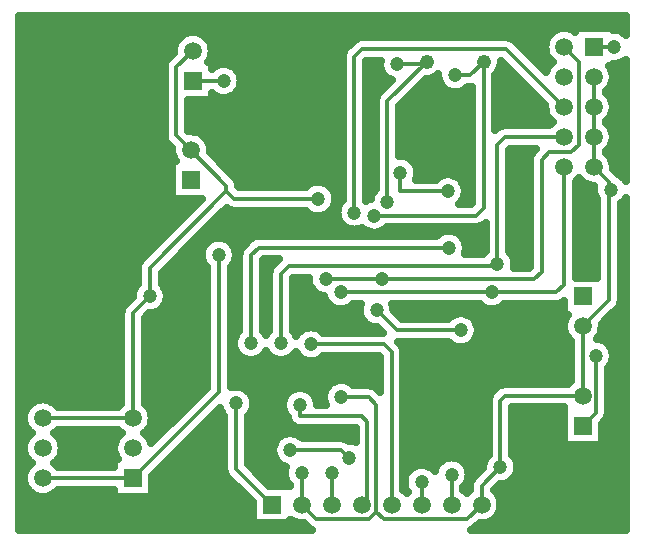
<source format=gbr>
G04 DipTrace 3.2.0.1*
G04 Bottom.gbr*
%MOIN*%
G04 #@! TF.FileFunction,Copper,L2,Bot*
G04 #@! TF.Part,Single*
G04 #@! TA.AperFunction,Conductor*
%ADD13C,0.011811*%
G04 #@! TA.AperFunction,CopperBalancing*
%ADD14C,0.025*%
G04 #@! TA.AperFunction,ComponentPad*
%ADD23R,0.059055X0.059055*%
%ADD24C,0.059055*%
%ADD37C,0.048*%
G04 #@! TA.AperFunction,ViaPad*
%ADD38C,0.047244*%
%FSLAX26Y26*%
G04*
G70*
G90*
G75*
G01*
G04 Bottom*
%LPD*%
X1468701Y1280165D2*
D13*
X1656567D1*
X2161846D1*
X2187437Y1305756D1*
Y1678274D1*
X2213028Y1703866D1*
X2285866D1*
X2311457Y1729457D1*
Y2005438D1*
X2262244Y2054651D1*
X1563173Y1503169D2*
Y2022752D1*
X1588764Y2048343D1*
X2068552D1*
X2262244Y1854651D1*
X1318701Y1067374D2*
Y1299459D1*
X1344291Y1325051D1*
X2039323D1*
Y1332728D1*
Y1729059D1*
X2064915Y1754651D1*
X2262244D1*
X1517913Y1236858D2*
X2021606D1*
X2236648D1*
X2262244Y1262453D1*
Y1654651D1*
X2362244Y1954651D2*
Y1854651D1*
X1987357Y529811D2*
X1938144Y480598D1*
X1662161D1*
X1636571Y506189D1*
X1610980Y480598D1*
X1436570D1*
X1387357Y529811D1*
X1636571Y506189D2*
Y862122D1*
X1610980Y887713D1*
X1519610D1*
X2049777Y654798D2*
X1987357Y592378D1*
Y529811D1*
X2324748Y892283D2*
X2066194D1*
X2049777Y875866D1*
Y654798D1*
X2324748Y1123488D2*
Y892283D1*
X2362244Y1654651D2*
X2411457Y1605438D1*
Y1210197D1*
X2324748Y1123488D1*
X2362244Y1754651D2*
Y1654651D1*
Y1854651D2*
Y1754651D1*
X524906Y817302D2*
X824906D1*
X881150Y1223488D2*
Y1318260D1*
X1136748Y1573858D1*
Y1592835D1*
X1018635Y1710948D1*
X969421Y1760161D1*
Y1986699D1*
X1024885Y2042163D1*
X1136748Y1573858D2*
X1162339Y1548268D1*
X1441780D1*
X824906Y817302D2*
Y1167244D1*
X881150Y1223488D1*
X1387346Y636050D2*
Y529822D1*
X1387357Y529811D1*
X2362244Y2054651D2*
X2429173D1*
Y2054650D1*
X1636882Y1177929D2*
X1704130Y1110681D1*
X1917417D1*
X1993533Y2004656D2*
Y1518358D1*
X1967942Y1492768D1*
X1629720D1*
X1899793Y1960911D2*
X1949787D1*
X1993533Y2004656D1*
X1803533D2*
X1673028Y1874151D1*
Y1539421D1*
X1706063Y1998407D2*
X1803533D1*
Y2004656D1*
X1349850Y711042D2*
X1518583D1*
X1543580Y686045D1*
X1787304Y604803D2*
Y529864D1*
X1787357Y529811D1*
X524906Y617302D2*
X824906D1*
X1111157Y903554D1*
Y1361953D1*
X2324748Y792283D2*
X2368055Y835591D1*
Y1025984D1*
X1874795Y1573451D2*
X1716335D1*
Y1635287D1*
X1024885Y1942163D2*
X1127335Y1942161D1*
X1887294Y629801D2*
Y529874D1*
X1887357Y529811D1*
X1218701Y1067374D2*
Y1360484D1*
X1244291Y1386075D1*
X1877906D1*
X1168701Y866524D2*
Y648467D1*
X1287357Y529811D1*
X1487357D2*
Y636029D1*
X1487336Y636050D1*
X1381097Y861026D2*
Y823530D1*
X1587325D1*
X1606073Y804782D1*
Y529811D1*
X1587357D1*
X1418701Y1063437D2*
X1661764D1*
X1687357Y1037844D1*
Y529811D1*
D38*
X1787304Y604803D3*
X1887294Y629801D3*
X2418488Y1579701D3*
X1899793Y1960911D3*
X1706063Y1998407D3*
X1349850Y711042D3*
X1543580Y686045D3*
X1487336Y636050D3*
X1387346D3*
X1468701Y1280165D3*
X1656567D3*
X1563173Y1503169D3*
X2039323Y1332728D3*
X1318701Y1067374D3*
X2021606Y1236858D3*
X1517913D3*
X1441780Y1548268D3*
X1519610Y887713D3*
X2049777Y654798D3*
X881150Y1223488D3*
X2429173Y2054650D3*
X1917417Y1110681D3*
X1636882Y1177929D3*
X1629720Y1492768D3*
X1673028Y1539421D3*
X1111157Y1361953D3*
X2368055Y1025984D3*
X1716335Y1635287D3*
X1874795Y1573451D3*
X1127335Y1942161D3*
X1877906Y1386075D3*
X1218701Y1067374D3*
X1168701Y866524D3*
X1381097Y861026D3*
X1418701Y1063437D3*
X448089Y2132867D2*
D14*
X2465306D1*
X448089Y2107999D2*
X2226783D1*
X2451180D2*
X2465306D1*
X448089Y2083130D2*
X974892D1*
X1074878D2*
X1568417D1*
X2088894D2*
X2203854D1*
X448089Y2058261D2*
X961759D1*
X1088012D2*
X1540894D1*
X2116416D2*
X2197144D1*
X448089Y2033392D2*
X958314D1*
X1089483D2*
X1523059D1*
X2141285D2*
X2200732D1*
X448089Y2008524D2*
X934487D1*
X1080297D2*
X1521588D1*
X1606718D2*
X1647650D1*
X2166152D2*
X2217274D1*
X448089Y1983655D2*
X927848D1*
X1168643D2*
X1521588D1*
X1604780D2*
X1648690D1*
X2049205D2*
X2075461D1*
X2191020D2*
X2204142D1*
X2420356D2*
X2465306D1*
X448089Y1958786D2*
X927848D1*
X1184146D2*
X1521588D1*
X1604780D2*
X1662864D1*
X2035139D2*
X2100328D1*
X2427318D2*
X2465306D1*
X448089Y1933917D2*
X927848D1*
X1186047D2*
X1521588D1*
X1604780D2*
X1675029D1*
X1790588D2*
X1847308D1*
X2035139D2*
X2125196D1*
X2423944D2*
X2465306D1*
X448089Y1909049D2*
X927848D1*
X1176000D2*
X1521588D1*
X1604780D2*
X1650125D1*
X1765720D2*
X1874114D1*
X1925476D2*
X1951948D1*
X2035139D2*
X2150064D1*
X2407797D2*
X2465306D1*
X448089Y1884180D2*
X927848D1*
X1090093D2*
X1521588D1*
X1604780D2*
X1632757D1*
X1740853D2*
X1951948D1*
X2035139D2*
X2174932D1*
X2420068D2*
X2465306D1*
X448089Y1859311D2*
X927848D1*
X1011004D2*
X1521588D1*
X1604780D2*
X1631429D1*
X1715984D2*
X1951948D1*
X2035139D2*
X2197215D1*
X2427281D2*
X2465306D1*
X448089Y1834442D2*
X927848D1*
X1011004D2*
X1521588D1*
X1604780D2*
X1631429D1*
X1714621D2*
X1951948D1*
X2035139D2*
X2200373D1*
X2424123D2*
X2465306D1*
X448089Y1809573D2*
X927848D1*
X1011004D2*
X1521588D1*
X1604780D2*
X1631429D1*
X1714621D2*
X1951948D1*
X2035139D2*
X2216163D1*
X2408335D2*
X2465306D1*
X448089Y1784705D2*
X927848D1*
X1011004D2*
X1521588D1*
X1604780D2*
X1631429D1*
X1714621D2*
X1951948D1*
X2419781D2*
X2465306D1*
X448089Y1759836D2*
X927848D1*
X1060416D2*
X1521588D1*
X1604780D2*
X1631429D1*
X1714621D2*
X1951948D1*
X2427245D2*
X2465306D1*
X448089Y1734967D2*
X937034D1*
X1079076D2*
X1521588D1*
X1604780D2*
X1631429D1*
X1714621D2*
X1951948D1*
X2424303D2*
X2465306D1*
X448089Y1710098D2*
X953433D1*
X1083849D2*
X1521588D1*
X1604780D2*
X1631429D1*
X1714621D2*
X1951948D1*
X2080927D2*
X2161475D1*
X2408873D2*
X2465306D1*
X448089Y1685230D2*
X958924D1*
X1102150D2*
X1521588D1*
X1604780D2*
X1631429D1*
X1745912D2*
X1951948D1*
X2080927D2*
X2146475D1*
X2419495D2*
X2465306D1*
X448089Y1660361D2*
X953433D1*
X1127017D2*
X1521588D1*
X1604780D2*
X1631429D1*
X1769811D2*
X1951948D1*
X2080927D2*
X2145829D1*
X2427210D2*
X2465306D1*
X448089Y1635492D2*
X953433D1*
X1151886D2*
X1521588D1*
X1604780D2*
X1631429D1*
X1775625D2*
X1951948D1*
X2080927D2*
X2145829D1*
X2439194D2*
X2465306D1*
X448089Y1610623D2*
X953433D1*
X1174062D2*
X1521588D1*
X1604780D2*
X1631429D1*
X1920238D2*
X1951948D1*
X2080927D2*
X2145829D1*
X448089Y1585755D2*
X953433D1*
X1486972D2*
X1521588D1*
X1604780D2*
X1631429D1*
X1932761D2*
X1951948D1*
X2080927D2*
X2145829D1*
X2303840D2*
X2359520D1*
X448089Y1560886D2*
X953433D1*
X1499675D2*
X1521588D1*
X1604780D2*
X1617937D1*
X1932689D2*
X1951948D1*
X2080927D2*
X2145829D1*
X2303840D2*
X2362390D1*
X448089Y1536017D2*
X1041135D1*
X1499747D2*
X1514340D1*
X1920022D2*
X1951948D1*
X2080927D2*
X2145829D1*
X2303840D2*
X2369854D1*
X2457316D2*
X2465306D1*
X448089Y1511148D2*
X1016266D1*
X1131825D2*
X1147567D1*
X1487295D2*
X1504436D1*
X2080927D2*
X2145829D1*
X2303840D2*
X2369854D1*
X2453046D2*
X2465306D1*
X448089Y1486280D2*
X991399D1*
X1106958D2*
X1506445D1*
X2080927D2*
X2145829D1*
X2303840D2*
X2369854D1*
X2453046D2*
X2465306D1*
X448089Y1461411D2*
X966531D1*
X1082091D2*
X1522163D1*
X2080927D2*
X2145829D1*
X2303840D2*
X2369854D1*
X2453046D2*
X2465306D1*
X448089Y1436542D2*
X941664D1*
X1057223D2*
X1619121D1*
X1640344D2*
X1849319D1*
X1906493D2*
X1997735D1*
X2080927D2*
X2145829D1*
X2303840D2*
X2369854D1*
X2453046D2*
X2465306D1*
X448089Y1411673D2*
X916797D1*
X1032356D2*
X1081181D1*
X1141121D2*
X1212123D1*
X1931110D2*
X1997735D1*
X2080927D2*
X2145829D1*
X2303840D2*
X2369854D1*
X2453046D2*
X2465306D1*
X448089Y1386804D2*
X891928D1*
X1007487D2*
X1057570D1*
X1164732D2*
X1187291D1*
X1937211D2*
X1997735D1*
X2080927D2*
X2145829D1*
X2303840D2*
X2369854D1*
X2453046D2*
X2465306D1*
X448089Y1361936D2*
X867060D1*
X982619D2*
X1051864D1*
X2090543D2*
X2145829D1*
X2303840D2*
X2369854D1*
X2453046D2*
X2465306D1*
X448089Y1337067D2*
X844382D1*
X957752D2*
X1057605D1*
X1164732D2*
X1177088D1*
X1260291D2*
X1298531D1*
X2098474D2*
X2145829D1*
X2303840D2*
X2369854D1*
X2453046D2*
X2465306D1*
X448089Y1312198D2*
X839573D1*
X932885D2*
X1069555D1*
X1152747D2*
X1177100D1*
X1260291D2*
X1279226D1*
X2303840D2*
X2369854D1*
X2453046D2*
X2465306D1*
X448089Y1287329D2*
X839573D1*
X922728D2*
X1069555D1*
X1152747D2*
X1177100D1*
X1260291D2*
X1277109D1*
X2303840D2*
X2369854D1*
X2453046D2*
X2465306D1*
X448089Y1262461D2*
X837312D1*
X924990D2*
X1069555D1*
X1152747D2*
X1177100D1*
X1260291D2*
X1277109D1*
X1360301D2*
X1412213D1*
X2453046D2*
X2465306D1*
X448089Y1237592D2*
X823605D1*
X938661D2*
X1069555D1*
X1152747D2*
X1177100D1*
X1260291D2*
X1277109D1*
X1360301D2*
X1428576D1*
X2453046D2*
X2465306D1*
X448089Y1212723D2*
X812588D1*
X939415D2*
X1069555D1*
X1152747D2*
X1177100D1*
X1260291D2*
X1277109D1*
X1360301D2*
X1463993D1*
X2453046D2*
X2465306D1*
X448089Y1187854D2*
X789192D1*
X927896D2*
X1069555D1*
X1152747D2*
X1177100D1*
X1260291D2*
X1277109D1*
X1360301D2*
X1486673D1*
X1549159D2*
X1578465D1*
X1695315D2*
X1990379D1*
X2052829D2*
X2259546D1*
X2446049D2*
X2465306D1*
X448089Y1162986D2*
X783307D1*
X878412D2*
X1069555D1*
X1152747D2*
X1177100D1*
X1260291D2*
X1277109D1*
X1360301D2*
X1579577D1*
X1709597D2*
X1892738D1*
X1942091D2*
X2259546D1*
X2422042D2*
X2465306D1*
X448089Y1138117D2*
X783307D1*
X866499D2*
X1069555D1*
X1152747D2*
X1177100D1*
X1260291D2*
X1277109D1*
X1360301D2*
X1593858D1*
X1969650D2*
X2261269D1*
X2397175D2*
X2465306D1*
X448089Y1113248D2*
X783307D1*
X866499D2*
X1069555D1*
X1152747D2*
X1177100D1*
X1260291D2*
X1277109D1*
X1360301D2*
X1388888D1*
X1448504D2*
X1643774D1*
X1976684D2*
X2260371D1*
X2389136D2*
X2465306D1*
X448089Y1088379D2*
X783307D1*
X866499D2*
X1069555D1*
X1152747D2*
X1163428D1*
X1972161D2*
X2270276D1*
X2379197D2*
X2465306D1*
X448089Y1063510D2*
X783307D1*
X866499D2*
X1069555D1*
X1719358D2*
X1883265D1*
X1951564D2*
X2283157D1*
X2413214D2*
X2465306D1*
X448089Y1038642D2*
X783307D1*
X866499D2*
X1069555D1*
X1152747D2*
X1167196D1*
X1728938D2*
X2283157D1*
X2425917D2*
X2465306D1*
X448089Y1013773D2*
X783307D1*
X866499D2*
X1069555D1*
X1152747D2*
X1197374D1*
X1240017D2*
X1297383D1*
X1340026D2*
X1388636D1*
X1448791D2*
X1645783D1*
X1728938D2*
X2283157D1*
X2426025D2*
X2465306D1*
X448089Y988904D2*
X783307D1*
X866499D2*
X1069555D1*
X1152747D2*
X1645783D1*
X1728938D2*
X2283157D1*
X2413609D2*
X2465306D1*
X448089Y964035D2*
X783307D1*
X866499D2*
X1069555D1*
X1152747D2*
X1645783D1*
X1728938D2*
X2283157D1*
X2409661D2*
X2465306D1*
X448089Y939167D2*
X783307D1*
X866499D2*
X1069555D1*
X1152747D2*
X1493024D1*
X1546181D2*
X1645783D1*
X1728938D2*
X2280610D1*
X2409661D2*
X2465306D1*
X448089Y914298D2*
X783307D1*
X866499D2*
X1064136D1*
X1201944D2*
X1358853D1*
X1403325D2*
X1466900D1*
X1728938D2*
X2030425D1*
X2409661D2*
X2465306D1*
X448089Y889429D2*
X783307D1*
X866499D2*
X1039232D1*
X1223188D2*
X1329392D1*
X1432787D2*
X1460333D1*
X1728938D2*
X2010618D1*
X2409661D2*
X2465306D1*
X448089Y864560D2*
X481198D1*
X568623D2*
X781189D1*
X868615D2*
X1014365D1*
X1227959D2*
X1321892D1*
X1440286D2*
X1465249D1*
X1728938D2*
X2008177D1*
X2409661D2*
X2465306D1*
X448089Y839692D2*
X463829D1*
X885983D2*
X989497D1*
X1105092D2*
X1116133D1*
X1221285D2*
X1325948D1*
X1728938D2*
X2008177D1*
X2091369D2*
X2259546D1*
X2409661D2*
X2465306D1*
X448089Y814823D2*
X459759D1*
X890075D2*
X964630D1*
X1080224D2*
X1127113D1*
X1210304D2*
X1340480D1*
X1728938D2*
X2008177D1*
X2091369D2*
X2259546D1*
X2403669D2*
X2465306D1*
X448089Y789954D2*
X465983D1*
X883831D2*
X939762D1*
X1055357D2*
X1127113D1*
X1210304D2*
X1358566D1*
X1728938D2*
X2008177D1*
X2091369D2*
X2259546D1*
X2389962D2*
X2465306D1*
X448089Y765085D2*
X481808D1*
X568013D2*
X781799D1*
X868005D2*
X914894D1*
X1030490D2*
X1127113D1*
X1210304D2*
X1329858D1*
X1369846D2*
X1564470D1*
X1728938D2*
X2008177D1*
X2091369D2*
X2259546D1*
X2389962D2*
X2465306D1*
X448089Y740217D2*
X464045D1*
X585777D2*
X764037D1*
X1005585D2*
X1127113D1*
X1210304D2*
X1298604D1*
X1728938D2*
X2008177D1*
X2091369D2*
X2259546D1*
X2389962D2*
X2465306D1*
X448089Y715348D2*
X459759D1*
X590083D2*
X759731D1*
X980718D2*
X1127113D1*
X1210304D2*
X1290709D1*
X1728938D2*
X2008177D1*
X2091369D2*
X2465306D1*
X448089Y690479D2*
X465732D1*
X584089D2*
X765723D1*
X955850D2*
X1127113D1*
X1210304D2*
X1294406D1*
X1728938D2*
X2003083D1*
X2096465D2*
X2465306D1*
X448089Y665610D2*
X482417D1*
X567404D2*
X759696D1*
X930983D2*
X1127113D1*
X1210304D2*
X1313244D1*
X1728938D2*
X1840706D1*
X1933909D2*
X1991491D1*
X2108055D2*
X2465306D1*
X448089Y640741D2*
X464224D1*
X906114D2*
X1127866D1*
X1234203D2*
X1328244D1*
X1728938D2*
X1740804D1*
X1945535D2*
X1977928D1*
X2107302D2*
X2465306D1*
X448089Y615873D2*
X459686D1*
X890110D2*
X1143512D1*
X1259071D2*
X1331761D1*
X1944854D2*
X1953597D1*
X2093665D2*
X2465306D1*
X448089Y591004D2*
X465480D1*
X890110D2*
X1168381D1*
X1931290D2*
X1945776D1*
X2043751D2*
X2465306D1*
X448089Y566135D2*
X486150D1*
X563672D2*
X759696D1*
X890110D2*
X1193248D1*
X2040988D2*
X2465306D1*
X448089Y541266D2*
X1218115D1*
X2051501D2*
X2465306D1*
X448089Y516398D2*
X1222134D1*
X2051108D2*
X2465306D1*
X448089Y491529D2*
X1222134D1*
X2039517D2*
X2465306D1*
X448089Y466660D2*
X1392728D1*
X1981995D2*
X2465306D1*
X965109Y1673660D2*
X968231D1*
X965164Y1678180D1*
X960697Y1686949D1*
X957655Y1696307D1*
X956115Y1706028D1*
Y1715867D1*
X956362Y1717950D1*
X939697Y1734774D1*
X936091Y1739736D1*
X933306Y1745202D1*
X931411Y1751035D1*
X930451Y1757094D1*
X930331Y1806093D1*
X930451Y1989766D1*
X931411Y1995825D1*
X933306Y2001659D1*
X936091Y2007125D1*
X939697Y2012087D1*
X962562Y2035122D1*
X962172Y2042163D1*
X962944Y2051974D1*
X965241Y2061542D1*
X969007Y2070634D1*
X974150Y2079024D1*
X980539Y2086508D1*
X988024Y2092898D1*
X996413Y2098041D1*
X1005505Y2101806D1*
X1015073Y2104104D1*
X1024885Y2104875D1*
X1034696Y2104104D1*
X1044264Y2101806D1*
X1053356Y2098041D1*
X1061745Y2092898D1*
X1069230Y2086508D1*
X1075619Y2079024D1*
X1080762Y2070634D1*
X1084528Y2061542D1*
X1086825Y2051974D1*
X1087597Y2042163D1*
X1086825Y2032352D1*
X1084528Y2022783D1*
X1080762Y2013692D1*
X1075619Y2005302D1*
X1075274Y2004864D1*
X1087597Y2004875D1*
Y1982735D1*
X1093945Y1988119D1*
X1101545Y1992777D1*
X1109781Y1996188D1*
X1118448Y1998269D1*
X1127335Y1998969D1*
X1136222Y1998269D1*
X1144888Y1996188D1*
X1153125Y1992777D1*
X1160724Y1988119D1*
X1167504Y1982331D1*
X1173293Y1975551D1*
X1177950Y1967951D1*
X1181361Y1959715D1*
X1183442Y1951049D1*
X1184142Y1942161D1*
X1183442Y1933274D1*
X1181361Y1924608D1*
X1177950Y1916371D1*
X1173293Y1908772D1*
X1167504Y1901992D1*
X1160724Y1896203D1*
X1153125Y1891546D1*
X1144888Y1888135D1*
X1136222Y1886054D1*
X1127335Y1885354D1*
X1118448Y1886054D1*
X1109781Y1888135D1*
X1101545Y1891546D1*
X1093945Y1896203D1*
X1087588Y1901602D1*
X1087597Y1879450D1*
X1008545D1*
X1008512Y1776382D1*
X1011602Y1773264D1*
X1018635Y1773660D1*
X1028446Y1772888D1*
X1038014Y1770591D1*
X1047106Y1766825D1*
X1055496Y1761682D1*
X1062980Y1755293D1*
X1069370Y1747808D1*
X1074513Y1739419D1*
X1078278Y1730327D1*
X1080576Y1720759D1*
X1081348Y1710948D1*
X1080908Y1703945D1*
X1166472Y1618222D1*
X1170079Y1613260D1*
X1172864Y1607794D1*
X1174759Y1601961D1*
X1175718Y1595902D1*
X1175839Y1592823D1*
X1177381Y1588508D1*
X1178522Y1587366D1*
X1400573Y1587358D1*
X1404886Y1591465D1*
X1412098Y1596703D1*
X1420041Y1600751D1*
X1428518Y1603505D1*
X1437323Y1604900D1*
X1446236D1*
X1455041Y1603505D1*
X1463518Y1600751D1*
X1471461Y1596703D1*
X1478673Y1591465D1*
X1484976Y1585161D1*
X1490215Y1577949D1*
X1494262Y1570007D1*
X1497017Y1561529D1*
X1498412Y1552724D1*
Y1543811D1*
X1497017Y1535007D1*
X1494262Y1526529D1*
X1490215Y1518587D1*
X1484976Y1511374D1*
X1478673Y1505071D1*
X1471461Y1499832D1*
X1463518Y1495785D1*
X1455041Y1493030D1*
X1446236Y1491635D1*
X1437323D1*
X1428518Y1493030D1*
X1420041Y1495785D1*
X1412098Y1499832D1*
X1404886Y1505071D1*
X1400605Y1509186D1*
X1159272Y1509298D1*
X1153213Y1510257D1*
X1147379Y1512152D1*
X1141913Y1514937D1*
X1136942Y1518551D1*
X1105928Y1487756D1*
X920215Y1302043D1*
X920240Y1264685D1*
X924346Y1260382D1*
X929585Y1253169D1*
X933633Y1245227D1*
X936387Y1236749D1*
X937782Y1227945D1*
Y1219031D1*
X936387Y1210227D1*
X933633Y1201749D1*
X929585Y1193807D1*
X924346Y1186594D1*
X918043Y1180291D1*
X910831Y1175052D1*
X902888Y1171005D1*
X894411Y1168251D1*
X885606Y1166856D1*
X879669Y1166739D1*
X864005Y1151062D1*
X863996Y866356D1*
X869251Y861647D1*
X875640Y854163D1*
X880783Y845773D1*
X884549Y836681D1*
X886846Y827113D1*
X887618Y817302D1*
X886846Y807491D1*
X884549Y797923D1*
X880783Y788831D1*
X875640Y780441D1*
X869251Y772957D1*
X862719Y767316D1*
X869251Y761647D1*
X875640Y754163D1*
X880783Y745773D1*
X884549Y736681D1*
X885525Y733219D1*
X1072089Y919769D1*
X1072067Y1320707D1*
X1067961Y1325059D1*
X1062722Y1332272D1*
X1058675Y1340214D1*
X1055920Y1348692D1*
X1054525Y1357496D1*
Y1366409D1*
X1055920Y1375214D1*
X1058675Y1383692D1*
X1062722Y1391634D1*
X1067961Y1398846D1*
X1074264Y1405150D1*
X1081476Y1410388D1*
X1089419Y1414436D1*
X1097896Y1417190D1*
X1106701Y1418585D1*
X1115614D1*
X1124419Y1417190D1*
X1132896Y1414436D1*
X1140839Y1410388D1*
X1148051Y1405150D1*
X1154354Y1398846D1*
X1159593Y1391634D1*
X1163640Y1383692D1*
X1166395Y1375214D1*
X1167790Y1366409D1*
Y1357496D1*
X1166395Y1348692D1*
X1163640Y1340214D1*
X1159593Y1332272D1*
X1154354Y1325059D1*
X1150239Y1320778D1*
X1150248Y920255D1*
X1155440Y921761D1*
X1164244Y923156D1*
X1173157D1*
X1181962Y921761D1*
X1190440Y919007D1*
X1198382Y914959D1*
X1205594Y909720D1*
X1211898Y903417D1*
X1217136Y896205D1*
X1221184Y888262D1*
X1223938Y879785D1*
X1225333Y870980D1*
Y862067D1*
X1223938Y853262D1*
X1221184Y844785D1*
X1217136Y836843D1*
X1211898Y829630D1*
X1207782Y825349D1*
X1207791Y664675D1*
X1279949Y592501D1*
X1348264Y592524D1*
X1348256Y594808D1*
X1344150Y599156D1*
X1338911Y606369D1*
X1334864Y614311D1*
X1332109Y622789D1*
X1330714Y631593D1*
Y640507D1*
X1332109Y649311D1*
X1334350Y656399D1*
X1328112Y658559D1*
X1320169Y662606D1*
X1312957Y667845D1*
X1306654Y674148D1*
X1301415Y681361D1*
X1297367Y689303D1*
X1294613Y697781D1*
X1293218Y706585D1*
Y715499D1*
X1294613Y724303D1*
X1297367Y732781D1*
X1301415Y740723D1*
X1306654Y747936D1*
X1312957Y754239D1*
X1320169Y759478D1*
X1328112Y763525D1*
X1336589Y766280D1*
X1345394Y767675D1*
X1354307D1*
X1363112Y766280D1*
X1371589Y763525D1*
X1379531Y759478D1*
X1386744Y754239D1*
X1391025Y750123D1*
X1521650Y750012D1*
X1527709Y749052D1*
X1533542Y747157D1*
X1539017Y744366D1*
X1543580Y742852D1*
X1552467Y742152D1*
X1561134Y740071D1*
X1566980Y737761D1*
X1566983Y784409D1*
X1378030Y784560D1*
X1371971Y785520D1*
X1366138Y787415D1*
X1360672Y790199D1*
X1355710Y793806D1*
X1351373Y798143D1*
X1347766Y803105D1*
X1344982Y808571D1*
X1343087Y814404D1*
X1342487Y817427D1*
X1340928Y820857D1*
X1335139Y827636D1*
X1330482Y835236D1*
X1327071Y843472D1*
X1324990Y852139D1*
X1324290Y861026D1*
X1324990Y869913D1*
X1327071Y878580D1*
X1330482Y886816D1*
X1335139Y894416D1*
X1340928Y901196D1*
X1347707Y906984D1*
X1355307Y911642D1*
X1363543Y915052D1*
X1372210Y917134D1*
X1381097Y917833D1*
X1389984Y917134D1*
X1398651Y915052D1*
X1406887Y911642D1*
X1414487Y906984D1*
X1421266Y901196D1*
X1427055Y894416D1*
X1431713Y886816D1*
X1435123Y878580D1*
X1437205Y869913D1*
X1437843Y862610D1*
X1468618Y862621D1*
X1465584Y870159D1*
X1463503Y878825D1*
X1462803Y887713D1*
X1463503Y896600D1*
X1465584Y905266D1*
X1468995Y913503D1*
X1473652Y921102D1*
X1479441Y927882D1*
X1486220Y933671D1*
X1493820Y938328D1*
X1502056Y941739D1*
X1510723Y943820D1*
X1519610Y944520D1*
X1528497Y943820D1*
X1537164Y941739D1*
X1545400Y938328D1*
X1553000Y933671D1*
X1559780Y927882D1*
X1560785Y926794D1*
X1614047Y926682D1*
X1620106Y925723D1*
X1625940Y923828D1*
X1631406Y921043D1*
X1636367Y917437D1*
X1648289Y905686D1*
X1648266Y1021676D1*
X1645583Y1024336D1*
X1459915Y1024346D1*
X1455594Y1020240D1*
X1448382Y1015001D1*
X1440440Y1010954D1*
X1431962Y1008199D1*
X1423157Y1006804D1*
X1414244D1*
X1405440Y1008199D1*
X1396962Y1010954D1*
X1389020Y1015001D1*
X1381807Y1020240D1*
X1375504Y1026543D1*
X1370265Y1033756D1*
X1367655Y1038580D1*
X1364659Y1033984D1*
X1358870Y1027205D1*
X1352091Y1021416D1*
X1344491Y1016759D1*
X1336255Y1013348D1*
X1327588Y1011266D1*
X1318701Y1010567D1*
X1309814Y1011266D1*
X1301147Y1013348D1*
X1292911Y1016759D1*
X1285311Y1021416D1*
X1278531Y1027205D1*
X1272743Y1033984D1*
X1268724Y1040444D1*
X1264659Y1033984D1*
X1258870Y1027205D1*
X1252091Y1021416D1*
X1244491Y1016759D1*
X1236255Y1013348D1*
X1227588Y1011266D1*
X1218701Y1010567D1*
X1209814Y1011266D1*
X1201147Y1013348D1*
X1192911Y1016759D1*
X1185311Y1021416D1*
X1178531Y1027205D1*
X1172743Y1033984D1*
X1168085Y1041584D1*
X1164675Y1049820D1*
X1162593Y1058487D1*
X1161894Y1067374D1*
X1162593Y1076261D1*
X1164675Y1084928D1*
X1168085Y1093164D1*
X1172743Y1100764D1*
X1178531Y1107543D1*
X1179619Y1108549D1*
X1179731Y1363551D1*
X1180690Y1369610D1*
X1182585Y1375444D1*
X1185370Y1380909D1*
X1188976Y1385871D1*
X1216650Y1413717D1*
X1221315Y1417699D1*
X1226545Y1420904D1*
X1232211Y1423252D1*
X1238176Y1424684D1*
X1244291Y1425165D1*
X1836703D1*
X1841012Y1429272D1*
X1848224Y1434510D1*
X1856167Y1438558D1*
X1864644Y1441312D1*
X1873449Y1442707D1*
X1882362D1*
X1891167Y1441312D1*
X1899644Y1438558D1*
X1907587Y1434510D1*
X1914799Y1429272D1*
X1921102Y1422969D1*
X1926341Y1415756D1*
X1930388Y1407814D1*
X1933143Y1399336D1*
X1934538Y1390531D1*
Y1381618D1*
X1933143Y1372814D1*
X1930294Y1364130D1*
X1991965Y1364142D1*
X1996126Y1369622D1*
X2000241Y1373903D1*
X2000232Y1469770D1*
X1993329Y1463043D1*
X1988367Y1459437D1*
X1982902Y1456652D1*
X1977068Y1454757D1*
X1971009Y1453798D1*
X1922010Y1453677D1*
X1670929D1*
X1666614Y1449571D1*
X1659402Y1444332D1*
X1651459Y1440285D1*
X1642982Y1437530D1*
X1634177Y1436135D1*
X1625264D1*
X1616459Y1437530D1*
X1607982Y1440285D1*
X1600039Y1444332D1*
X1592827Y1449571D1*
X1589398Y1452765D1*
X1580727Y1449143D1*
X1572060Y1447062D1*
X1563173Y1446362D1*
X1554286Y1447062D1*
X1545619Y1449143D1*
X1537383Y1452554D1*
X1529783Y1457211D1*
X1523004Y1463000D1*
X1517215Y1469780D1*
X1512558Y1477379D1*
X1509147Y1485615D1*
X1507066Y1494282D1*
X1506366Y1503169D1*
X1507066Y1512056D1*
X1509147Y1520723D1*
X1512558Y1528959D1*
X1517215Y1536559D1*
X1523004Y1543339D1*
X1524092Y1544344D1*
X1524203Y2025819D1*
X1525163Y2031878D1*
X1527058Y2037711D1*
X1529843Y2043177D1*
X1533449Y2048139D1*
X1561122Y2075984D1*
X1565787Y2079967D1*
X1571017Y2083173D1*
X1576684Y2085520D1*
X1582648Y2086951D1*
X1588764Y2087433D1*
X2071619Y2087312D1*
X2077678Y2086353D1*
X2083512Y2084458D1*
X2088978Y2081673D1*
X2093940Y2078067D1*
X2128672Y2043505D1*
X2201572Y1970606D1*
X2204306Y1978650D1*
X2208773Y1987419D1*
X2214556Y1995379D1*
X2221516Y2002339D1*
X2224430Y2004636D1*
X2217899Y2010306D1*
X2211509Y2017790D1*
X2206366Y2026180D1*
X2202601Y2035272D1*
X2200303Y2044840D1*
X2199531Y2054651D1*
X2200303Y2064462D1*
X2202601Y2074030D1*
X2206366Y2083122D1*
X2211509Y2091512D1*
X2217899Y2098996D1*
X2225383Y2105386D1*
X2233773Y2110529D1*
X2242865Y2114294D1*
X2252433Y2116592D1*
X2262244Y2117364D1*
X2272055Y2116592D1*
X2281623Y2114294D1*
X2290715Y2110529D1*
X2299105Y2105386D1*
X2299543Y2105041D1*
X2299531Y2117364D1*
X2424957D1*
Y2111299D1*
X2433630Y2111282D1*
X2442434Y2109887D1*
X2450912Y2107133D1*
X2458854Y2103085D1*
X2466067Y2097846D1*
X2467819Y2096226D1*
X2467815Y2157759D1*
X445573Y2157736D1*
X445571Y444171D1*
X1422362Y444193D1*
X1416144Y447268D1*
X1411182Y450874D1*
X1394388Y467496D1*
X1387357Y467098D1*
X1377546Y467870D1*
X1367978Y470168D1*
X1358886Y473933D1*
X1350496Y479076D1*
X1350058Y479421D1*
X1350070Y467098D1*
X1224644D1*
Y537252D1*
X1138976Y623080D1*
X1135370Y628042D1*
X1132585Y633508D1*
X1130690Y639341D1*
X1129731Y645400D1*
X1129610Y694399D1*
Y825340D1*
X1125504Y829630D1*
X1120265Y836843D1*
X1116218Y844785D1*
X1114055Y851167D1*
X887622Y624736D1*
X887618Y554589D1*
X762193D1*
Y578236D1*
X573967Y578211D1*
X569251Y572957D1*
X561766Y566567D1*
X553377Y561424D1*
X544285Y557659D1*
X534717Y555361D1*
X524906Y554589D1*
X515094Y555361D1*
X505526Y557659D1*
X496434Y561424D1*
X488045Y566567D1*
X480560Y572957D1*
X474171Y580441D1*
X469028Y588831D1*
X465262Y597923D1*
X462965Y607491D1*
X462193Y617302D1*
X462965Y627113D1*
X465262Y636681D1*
X469028Y645773D1*
X474171Y654163D1*
X480560Y661647D1*
X487092Y667287D1*
X480560Y672957D1*
X474171Y680441D1*
X469028Y688831D1*
X465262Y697923D1*
X462965Y707491D1*
X462193Y717302D1*
X462965Y727113D1*
X465262Y736681D1*
X469028Y745773D1*
X474171Y754163D1*
X480560Y761647D1*
X487092Y767287D1*
X480560Y772957D1*
X474171Y780441D1*
X469028Y788831D1*
X465262Y797923D1*
X462965Y807491D1*
X462193Y817302D1*
X462965Y827113D1*
X465262Y836681D1*
X469028Y845773D1*
X474171Y854163D1*
X480560Y861647D1*
X488045Y868037D1*
X496434Y873180D1*
X505526Y876945D1*
X515094Y879243D1*
X524906Y880014D1*
X534717Y879243D1*
X544285Y876945D1*
X553377Y873180D1*
X561766Y868037D1*
X569251Y861647D1*
X573891Y856385D1*
X775844Y856392D1*
X780560Y861647D1*
X785823Y866287D1*
X785936Y1170311D1*
X786895Y1176370D1*
X788790Y1182203D1*
X791575Y1187669D1*
X795181Y1192631D1*
X824339Y1221959D1*
X824517Y1227945D1*
X825912Y1236749D1*
X828667Y1245227D1*
X832714Y1253169D1*
X837953Y1260382D1*
X842068Y1264663D1*
X842180Y1321327D1*
X843139Y1327386D1*
X845034Y1333219D1*
X847819Y1338685D1*
X851425Y1343647D1*
X885987Y1378379D1*
X1055866Y1548259D1*
X955923Y1548235D1*
Y1673660D1*
X965109D1*
X1726440Y578797D2*
X1731702Y574156D1*
X1737343Y567625D1*
X1740962Y571938D1*
X1736689Y579013D1*
X1733278Y587249D1*
X1731197Y595916D1*
X1730497Y604803D1*
X1731197Y613690D1*
X1733278Y622357D1*
X1736689Y630593D1*
X1741346Y638193D1*
X1747135Y644972D1*
X1753915Y650761D1*
X1761514Y655419D1*
X1769751Y658829D1*
X1778417Y660911D1*
X1787304Y661610D1*
X1796192Y660911D1*
X1804858Y658829D1*
X1813094Y655419D1*
X1820694Y650761D1*
X1827474Y644972D1*
X1831483Y640451D1*
X1833268Y647354D1*
X1836678Y655591D1*
X1841336Y663190D1*
X1847125Y669970D1*
X1853904Y675759D1*
X1861504Y680416D1*
X1869740Y683827D1*
X1878407Y685908D1*
X1887294Y686608D1*
X1896181Y685908D1*
X1904848Y683827D1*
X1913084Y680416D1*
X1920684Y675759D1*
X1927463Y669970D1*
X1933252Y663190D1*
X1937909Y655591D1*
X1941320Y647354D1*
X1943402Y638688D1*
X1944101Y629801D1*
X1943402Y620913D1*
X1941320Y612247D1*
X1937909Y604010D1*
X1933252Y596411D1*
X1927463Y589631D1*
X1926375Y588626D1*
X1926385Y578881D1*
X1931702Y574156D1*
X1937343Y567625D1*
X1943012Y574156D1*
X1948274Y578797D1*
X1948387Y595445D1*
X1949346Y601504D1*
X1951241Y607337D1*
X1954026Y612803D1*
X1957633Y617765D1*
X1992194Y652497D1*
X1992982Y653285D1*
X1993144Y659255D1*
X1994539Y668059D1*
X1997294Y676537D1*
X2001341Y684479D1*
X2006580Y691692D1*
X2010696Y695972D1*
X2010807Y878933D1*
X2011766Y884992D1*
X2013661Y890825D1*
X2016446Y896291D1*
X2020052Y901253D1*
X2038552Y919925D1*
X2043218Y923908D1*
X2048448Y927113D1*
X2054114Y929461D1*
X2060079Y930892D1*
X2066206Y931374D1*
X2275722D1*
X2280403Y936629D1*
X2285665Y941269D1*
X2285657Y1074467D1*
X2280403Y1079143D1*
X2274013Y1086627D1*
X2268870Y1095017D1*
X2265105Y1104109D1*
X2262807Y1113677D1*
X2262035Y1123488D1*
X2262807Y1133299D1*
X2265105Y1142867D1*
X2268870Y1151959D1*
X2274013Y1160349D1*
X2274358Y1160787D1*
X2262035Y1160776D1*
Y1207133D1*
X2257072Y1203528D1*
X2251606Y1200743D1*
X2245773Y1198848D1*
X2239714Y1197888D1*
X2190717Y1197768D1*
X2062790D1*
X2058500Y1193661D1*
X2051287Y1188423D1*
X2043345Y1184375D1*
X2034867Y1181621D1*
X2026063Y1180226D1*
X2017150D1*
X2008345Y1181621D1*
X1999867Y1184375D1*
X1991925Y1188423D1*
X1984713Y1193661D1*
X1980432Y1197777D1*
X1690144Y1197768D1*
X1692119Y1191190D1*
X1693514Y1182386D1*
X1693631Y1176449D1*
X1720320Y1149773D1*
X1876194Y1149772D1*
X1880524Y1153878D1*
X1887736Y1159117D1*
X1895678Y1163164D1*
X1904156Y1165919D1*
X1912961Y1167314D1*
X1921874D1*
X1930678Y1165919D1*
X1939156Y1163164D1*
X1947098Y1159117D1*
X1954311Y1153878D1*
X1960614Y1147575D1*
X1965853Y1140362D1*
X1969900Y1132420D1*
X1972655Y1123942D1*
X1974050Y1115138D1*
Y1106224D1*
X1972655Y1097420D1*
X1969900Y1088942D1*
X1965853Y1081000D1*
X1960614Y1073787D1*
X1954311Y1067484D1*
X1947098Y1062245D1*
X1939156Y1058198D1*
X1930678Y1055444D1*
X1921874Y1054049D1*
X1912961D1*
X1904156Y1055444D1*
X1895678Y1058198D1*
X1887736Y1062245D1*
X1880524Y1067484D1*
X1876243Y1071600D1*
X1708894Y1071591D1*
X1718982Y1060820D1*
X1722188Y1055591D1*
X1724534Y1049924D1*
X1725966Y1043959D1*
X1726448Y1037844D1*
Y578849D1*
X2049877Y524891D2*
X2048337Y515171D1*
X2045295Y505812D1*
X2040828Y497043D1*
X2035045Y489083D1*
X2028085Y482123D1*
X2020125Y476340D1*
X2011356Y471873D1*
X2001997Y468831D1*
X1992277Y467291D1*
X1982437D1*
X1980354Y467538D1*
X1963531Y450874D1*
X1958570Y447268D1*
X1953092Y444479D1*
X1967192Y444193D1*
X2467812D1*
X2467815Y1551530D1*
X2464446Y1546311D1*
X2458657Y1539531D1*
X2451878Y1533743D1*
X2450560Y1532862D1*
X2450427Y1207130D1*
X2449467Y1201071D1*
X2447572Y1195238D1*
X2444787Y1189772D1*
X2441181Y1184810D1*
X2406619Y1150077D1*
X2387056Y1130513D1*
X2387461Y1123488D1*
X2386689Y1113677D1*
X2384391Y1104109D1*
X2380626Y1095017D1*
X2375483Y1086627D1*
X2372512Y1082617D1*
X2381316Y1081222D1*
X2389794Y1078467D1*
X2397736Y1074420D1*
X2404949Y1069181D1*
X2411252Y1062878D1*
X2416491Y1055665D1*
X2420538Y1047723D1*
X2423293Y1039245D1*
X2424688Y1030441D1*
Y1021528D1*
X2423293Y1012723D1*
X2420538Y1004245D1*
X2416491Y996303D1*
X2411252Y989091D1*
X2407136Y984810D1*
X2407025Y832524D1*
X2406066Y826465D1*
X2404171Y820631D1*
X2401386Y815165D1*
X2397780Y810203D1*
X2387450Y799703D1*
X2387461Y729571D1*
X2262035D1*
Y853190D1*
X2088882Y853193D1*
X2088867Y696050D1*
X2092974Y691692D1*
X2098213Y684479D1*
X2102260Y676537D1*
X2105014Y668059D1*
X2106409Y659255D1*
Y650341D1*
X2105014Y641537D1*
X2102260Y633059D1*
X2098213Y625117D1*
X2092974Y617904D1*
X2086671Y611601D1*
X2079458Y606362D1*
X2071516Y602315D1*
X2063038Y599560D1*
X2054234Y598165D1*
X2048297Y598049D1*
X2027913Y577652D1*
X2035045Y570539D1*
X2040828Y562579D1*
X2045295Y553810D1*
X2048337Y544451D1*
X2049877Y534731D1*
Y524891D1*
X2424957Y1997976D2*
Y1991938D1*
X2412648D1*
X2415715Y1987419D1*
X2420182Y1978650D1*
X2423224Y1969291D1*
X2424764Y1959571D1*
Y1949731D1*
X2423224Y1940010D1*
X2420182Y1930652D1*
X2415715Y1921883D1*
X2409932Y1913923D1*
X2402972Y1906963D1*
X2401327Y1905665D1*
X2402972Y1902339D1*
X2409932Y1895379D1*
X2415715Y1887419D1*
X2420182Y1878650D1*
X2423224Y1869291D1*
X2424764Y1859571D1*
Y1849731D1*
X2423224Y1840010D1*
X2420182Y1830652D1*
X2415715Y1821883D1*
X2409932Y1813923D1*
X2402972Y1806963D1*
X2401327Y1805665D1*
X2402972Y1802339D1*
X2409932Y1795379D1*
X2415715Y1787419D1*
X2420182Y1778650D1*
X2423224Y1769291D1*
X2424764Y1759571D1*
Y1749731D1*
X2423224Y1740010D1*
X2420182Y1730652D1*
X2415715Y1721883D1*
X2409932Y1713923D1*
X2402972Y1706963D1*
X2401327Y1705665D1*
X2402972Y1702339D1*
X2409932Y1695379D1*
X2415715Y1687419D1*
X2420182Y1678650D1*
X2423224Y1669291D1*
X2424764Y1659571D1*
Y1649731D1*
X2424517Y1647648D1*
X2440227Y1632184D1*
X2448169Y1628136D1*
X2455382Y1622898D1*
X2461685Y1616594D1*
X2466924Y1609382D1*
X2467818Y1607786D1*
X2467815Y2013001D1*
X2462563Y2008692D1*
X2454963Y2004034D1*
X2446727Y2000623D1*
X2438060Y1998542D1*
X2429173Y1997843D1*
X2424942Y1998009D1*
X2224430Y1804665D2*
X2217899Y1810306D1*
X2211509Y1817790D1*
X2206366Y1826180D1*
X2202601Y1835272D1*
X2200303Y1844840D1*
X2199531Y1854651D1*
X2199971Y1861654D1*
X2052341Y2009270D1*
X2050542Y2009143D1*
Y2000169D1*
X2049138Y1991307D1*
X2046365Y1982773D1*
X2042291Y1974777D1*
X2037017Y1967517D1*
X2032617Y1962970D1*
X2032623Y1777617D1*
X2039528Y1784375D1*
X2044490Y1787982D1*
X2049955Y1790766D1*
X2055789Y1792661D1*
X2061848Y1793621D1*
X2110846Y1793741D1*
X2213224D1*
X2217899Y1798996D1*
X2224430Y1804636D1*
X2363031Y1591970D2*
X2357324Y1592131D1*
X2347604Y1593671D1*
X2338245Y1596713D1*
X2329476Y1601180D1*
X2321516Y1606963D1*
X2314556Y1613923D1*
X2312259Y1616837D1*
X2306589Y1610306D1*
X2301327Y1605665D1*
X2301335Y1286228D1*
X2372379Y1286201D1*
X2372366Y1546539D1*
X2367873Y1553911D1*
X2364462Y1562147D1*
X2362381Y1570814D1*
X2361681Y1579701D1*
X2362381Y1588588D1*
X2363050Y1591954D1*
X1940967Y1921829D2*
X1936686Y1917714D1*
X1929474Y1912475D1*
X1921531Y1908428D1*
X1913054Y1905673D1*
X1904249Y1904278D1*
X1895336D1*
X1886531Y1905673D1*
X1878054Y1908428D1*
X1870112Y1912475D1*
X1862899Y1917714D1*
X1856596Y1924017D1*
X1851357Y1931230D1*
X1847310Y1939172D1*
X1844555Y1947650D1*
X1843160Y1956454D1*
X1843081Y1963366D1*
X1837146Y1958392D1*
X1829495Y1953703D1*
X1821203Y1950270D1*
X1812479Y1948175D1*
X1803533Y1947471D1*
X1801693Y1947543D1*
X1712094Y1857934D1*
X1712118Y1691967D1*
X1720791Y1691920D1*
X1729596Y1690525D1*
X1738073Y1687770D1*
X1746016Y1683723D1*
X1753228Y1678484D1*
X1759531Y1672181D1*
X1764770Y1664969D1*
X1768818Y1657026D1*
X1771572Y1648549D1*
X1772967Y1639744D1*
Y1630831D1*
X1771572Y1622026D1*
X1768818Y1613549D1*
X1768358Y1612551D1*
X1833568Y1612542D1*
X1837902Y1616648D1*
X1845114Y1621887D1*
X1853056Y1625934D1*
X1861534Y1628689D1*
X1870339Y1630084D1*
X1879252D1*
X1888056Y1628689D1*
X1896534Y1625934D1*
X1904476Y1621887D1*
X1911689Y1616648D1*
X1917992Y1610345D1*
X1923231Y1603133D1*
X1927278Y1595190D1*
X1930033Y1586713D1*
X1931428Y1577908D1*
Y1568995D1*
X1930033Y1560190D1*
X1927278Y1551713D1*
X1923231Y1543770D1*
X1917992Y1536558D1*
X1913416Y1531852D1*
X1951781Y1531858D1*
X1954434Y1534542D1*
X1954442Y1922092D1*
X1949776Y1921820D1*
X1688133Y1944518D2*
X1680273Y1947791D1*
X1672673Y1952449D1*
X1665894Y1958238D1*
X1660105Y1965017D1*
X1655448Y1972617D1*
X1652037Y1980853D1*
X1649955Y1989520D1*
X1649256Y1998407D1*
X1649955Y2007294D1*
X1650346Y2009259D1*
X1604965Y2009252D1*
X1602272Y2006568D1*
X1602264Y1544379D1*
X1603496Y1543172D1*
X1612167Y1546794D1*
X1616920Y1548308D1*
X1619001Y1556975D1*
X1622412Y1565211D1*
X1627070Y1572811D1*
X1632858Y1579591D1*
X1633946Y1580596D1*
X1634058Y1877218D1*
X1635017Y1883277D1*
X1636912Y1889110D1*
X1639697Y1894576D1*
X1643303Y1899538D1*
X1677865Y1934270D1*
X1688091Y1944496D1*
X771379Y680014D2*
X774501D1*
X771434Y684534D1*
X766967Y693303D1*
X763925Y702661D1*
X762386Y712382D1*
Y722222D1*
X763925Y731942D1*
X766967Y741301D1*
X771434Y750070D1*
X777218Y758030D1*
X784177Y764990D1*
X787092Y767287D1*
X780560Y772957D1*
X775920Y778219D1*
X573967Y778211D1*
X569251Y772957D1*
X562719Y767316D1*
X569251Y761647D1*
X575640Y754163D1*
X580783Y745773D1*
X584549Y736681D1*
X586846Y727113D1*
X587618Y717302D1*
X586846Y707491D1*
X584549Y697923D1*
X580783Y688831D1*
X575640Y680441D1*
X569251Y672957D1*
X562719Y667316D1*
X569251Y661647D1*
X573891Y656385D1*
X762207Y656392D1*
X762193Y680014D1*
X771379D1*
X1462635Y1223724D2*
X1455440Y1224928D1*
X1446962Y1227682D1*
X1439020Y1231730D1*
X1431807Y1236969D1*
X1425504Y1243272D1*
X1420265Y1250484D1*
X1416218Y1258427D1*
X1413463Y1266904D1*
X1412068Y1275709D1*
Y1284622D1*
X1412227Y1285954D1*
X1360501Y1285961D1*
X1357801Y1283277D1*
X1357791Y1108592D1*
X1361898Y1104268D1*
X1367136Y1097055D1*
X1369747Y1092231D1*
X1372743Y1096827D1*
X1378531Y1103606D1*
X1385311Y1109395D1*
X1392911Y1114052D1*
X1401147Y1117463D1*
X1409814Y1119545D1*
X1418701Y1120244D1*
X1427588Y1119545D1*
X1436255Y1117463D1*
X1444491Y1114052D1*
X1452091Y1109395D1*
X1458870Y1103606D1*
X1459875Y1102518D1*
X1657008Y1102528D1*
X1638403Y1121126D1*
X1632425Y1121297D1*
X1623621Y1122692D1*
X1615143Y1125446D1*
X1607201Y1129493D1*
X1599988Y1134732D1*
X1593685Y1141035D1*
X1588446Y1148248D1*
X1584399Y1156190D1*
X1581644Y1164668D1*
X1580249Y1173472D1*
Y1182386D1*
X1581644Y1191190D1*
X1583693Y1197756D1*
X1559167Y1197768D1*
X1554807Y1193661D1*
X1547594Y1188423D1*
X1539652Y1184375D1*
X1531175Y1181621D1*
X1522370Y1180226D1*
X1513457D1*
X1504652Y1181621D1*
X1496175Y1184375D1*
X1488232Y1188423D1*
X1481020Y1193661D1*
X1474717Y1199965D1*
X1469478Y1207177D1*
X1465430Y1215119D1*
X1462659Y1223682D1*
X2095955Y1328272D2*
X2094499Y1319249D1*
X2145633Y1319256D1*
X2148339Y1321940D1*
X2148467Y1681340D1*
X2149427Y1687399D1*
X2151322Y1693232D1*
X2154106Y1698698D1*
X2157711Y1703661D1*
X2169462Y1715583D1*
X2081136Y1715560D1*
X2078423Y1712877D1*
X2078413Y1373913D1*
X2082520Y1369622D1*
X2087759Y1362409D1*
X2091806Y1354467D1*
X2094560Y1345990D1*
X2095955Y1337185D1*
Y1328272D1*
X1268724Y1094304D2*
X1272743Y1100764D1*
X1278531Y1107543D1*
X1279619Y1108549D1*
X1279731Y1302525D1*
X1280690Y1308584D1*
X1282585Y1314417D1*
X1285370Y1319883D1*
X1288975Y1324846D1*
X1310951Y1346993D1*
X1260518Y1346984D1*
X1257799Y1344301D1*
X1257791Y1108613D1*
X1261898Y1104268D1*
X1267136Y1097055D1*
X1268677Y1094304D1*
X1714990Y1065493D2*
X1718982Y1060820D1*
D23*
X1018635Y1610948D3*
D24*
Y1710948D3*
D23*
X1287357Y529811D3*
D24*
X1387357D3*
X1487357D3*
X1587357D3*
X1687357D3*
X1787357D3*
X1887357D3*
X1987357D3*
D23*
X2362244Y2054651D3*
D24*
X2262244D3*
X2362244Y1954651D3*
X2262244D3*
X2362244Y1854651D3*
X2262244D3*
X2362244Y1754651D3*
X2262244D3*
X2362244Y1654651D3*
X2262244D3*
D23*
X2324748Y792283D3*
D24*
Y892283D3*
D23*
Y1223488D3*
D24*
Y1123488D3*
D23*
X1024885Y1942163D3*
D24*
Y2042163D3*
D23*
X824906Y617302D3*
D24*
Y717302D3*
Y817302D3*
X524906D3*
Y717302D3*
Y617302D3*
D37*
X1993533Y2004656D3*
X1803533D3*
M02*

</source>
